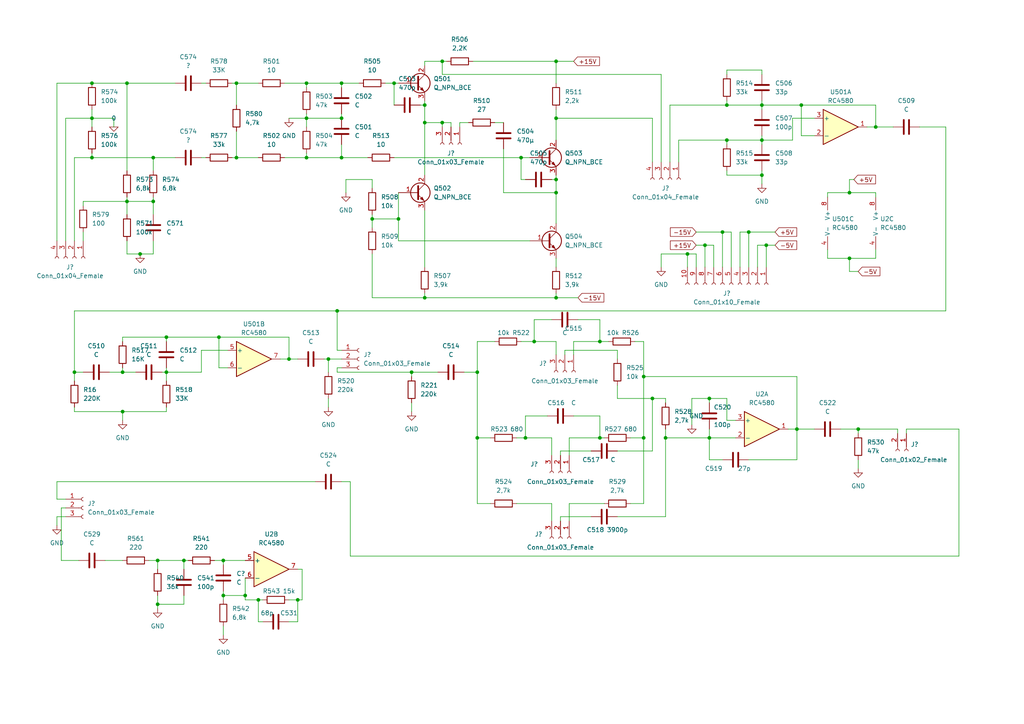
<source format=kicad_sch>
(kicad_sch (version 20211123) (generator eeschema)
  (paper "A4")
  (title_block (title "chanel1"))
  (lib_symbols
    (symbol "Amplifier_Operational:RC4580" (pin_names (offset 0.127))
      (property "Reference" "U" (at 0 5.08 0))
      (property "Value" "RC4580" (at 0 -5.08 0))
      (symbol "RC4580_1_1"
        (polyline (pts (xy -5.08 5.08) (xy 5.08 0) (xy -5.08 -5.08) (xy -5.08 5.08)) (stroke (width 0.254)) (fill (type background)))
        (pin output line (at 7.62 0 180) (length 2.54) (name "~") (number "1"))
        (pin input line (at -7.62 -2.54 0) (length 2.54) (name "-") (number "2"))
        (pin input line (at -7.62 2.54 0) (length 2.54) (name "+") (number "3"))
      )
      (symbol "RC4580_2_1"
        (polyline (pts (xy -5.08 5.08) (xy 5.08 0) (xy -5.08 -5.08) (xy -5.08 5.08)) (stroke (width 0.254)) (fill (type background)))
        (pin input line (at -7.62 2.54 0) (length 2.54) (name "+") (number "5"))
        (pin input line (at -7.62 -2.54 0) (length 2.54) (name "-") (number "6"))
        (pin output line (at 7.62 0 180) (length 2.54) (name "~") (number "7"))
      )
      (symbol "RC4580_3_1"
        (pin power_in line (at -2.54 -7.62 90) (length 3.81) (name "V-") (number "4"))
        (pin power_in line (at -2.54 7.62 270) (length 3.81) (name "V+") (number "8"))
      )
    )
    (symbol "Connector:Conn_01x02_Female" (pin_names (offset 1.016) hide)
      (property "Reference" "J" (at 0 2.54 0))
      (property "Value" "Conn_01x02_Female" (at 0 -5.08 0))
      (symbol "Conn_01x02_Female_1_1"
        (arc (start 0 -2.032) (mid -0.508 -2.54) (end 0 -3.048) (stroke (width 0.1524)))
        (polyline (pts (xy -1.27 -2.54) (xy -0.508 -2.54)) (stroke (width 0.1524)))
        (polyline (pts (xy -1.27 0) (xy -0.508 0)) (stroke (width 0.1524)))
        (arc (start 0 0.508) (mid -0.508 0) (end 0 -0.508) (stroke (width 0.1524)))
        (pin passive line (at -5.08 0 0) (length 3.81) (name "Pin_1") (number "1"))
        (pin passive line (at -5.08 -2.54 0) (length 3.81) (name "Pin_2") (number "2"))
      )
    )
    (symbol "Connector:Conn_01x03_Female" (pin_names (offset 1.016) hide)
      (property "Reference" "J" (at 0 5.08 0))
      (property "Value" "Conn_01x03_Female" (at 0 -5.08 0))
      (symbol "Conn_01x03_Female_1_1"
        (arc (start 0 -2.032) (mid -0.508 -2.54) (end 0 -3.048) (stroke (width 0.1524)))
        (polyline (pts (xy -1.27 -2.54) (xy -0.508 -2.54)) (stroke (width 0.1524)))
        (polyline (pts (xy -1.27 0) (xy -0.508 0)) (stroke (width 0.1524)))
        (polyline (pts (xy -1.27 2.54) (xy -0.508 2.54)) (stroke (width 0.1524)))
        (arc (start 0 0.508) (mid -0.508 0) (end 0 -0.508) (stroke (width 0.1524)))
        (arc (start 0 3.048) (mid -0.508 2.54) (end 0 2.032) (stroke (width 0.1524)))
        (pin passive line (at -5.08 2.54 0) (length 3.81) (name "Pin_1") (number "1"))
        (pin passive line (at -5.08 0 0) (length 3.81) (name "Pin_2") (number "2"))
        (pin passive line (at -5.08 -2.54 0) (length 3.81) (name "Pin_3") (number "3"))
      )
    )
    (symbol "Connector:Conn_01x04_Female" (pin_names (offset 1.016) hide)
      (property "Reference" "J" (at 0 5.08 0))
      (property "Value" "Conn_01x04_Female" (at 0 -7.62 0))
      (symbol "Conn_01x04_Female_1_1"
        (arc (start 0 -4.572) (mid -0.508 -5.08) (end 0 -5.588) (stroke (width 0.1524)))
        (arc (start 0 -2.032) (mid -0.508 -2.54) (end 0 -3.048) (stroke (width 0.1524)))
        (polyline (pts (xy -1.27 -5.08) (xy -0.508 -5.08)) (stroke (width 0.1524)))
        (polyline (pts (xy -1.27 -2.54) (xy -0.508 -2.54)) (stroke (width 0.1524)))
        (polyline (pts (xy -1.27 0) (xy -0.508 0)) (stroke (width 0.1524)))
        (polyline (pts (xy -1.27 2.54) (xy -0.508 2.54)) (stroke (width 0.1524)))
        (arc (start 0 0.508) (mid -0.508 0) (end 0 -0.508) (stroke (width 0.1524)))
        (arc (start 0 3.048) (mid -0.508 2.54) (end 0 2.032) (stroke (width 0.1524)))
        (pin passive line (at -5.08 2.54 0) (length 3.81) (name "Pin_1") (number "1"))
        (pin passive line (at -5.08 0 0) (length 3.81) (name "Pin_2") (number "2"))
        (pin passive line (at -5.08 -2.54 0) (length 3.81) (name "Pin_3") (number "3"))
        (pin passive line (at -5.08 -5.08 0) (length 3.81) (name "Pin_4") (number "4"))
      )
    )
    (symbol "Connector:Conn_01x10_Female" (pin_names (offset 1.016) hide)
      (property "Reference" "J" (at 0 12.7 0))
      (property "Value" "Conn_01x10_Female" (at 0 -15.24 0))
      (symbol "Conn_01x10_Female_1_1"
        (arc (start 0 -12.192) (mid -0.508 -12.7) (end 0 -13.208) (stroke (width 0.1524)))
        (arc (start 0 -9.652) (mid -0.508 -10.16) (end 0 -10.668) (stroke (width 0.1524)))
        (arc (start 0 -7.112) (mid -0.508 -7.62) (end 0 -8.128) (stroke (width 0.1524)))
        (arc (start 0 -4.572) (mid -0.508 -5.08) (end 0 -5.588) (stroke (width 0.1524)))
        (arc (start 0 -2.032) (mid -0.508 -2.54) (end 0 -3.048) (stroke (width 0.1524)))
        (polyline (pts (xy -1.27 -12.7) (xy -0.508 -12.7)) (stroke (width 0.1524)))
        (polyline (pts (xy -1.27 -10.16) (xy -0.508 -10.16)) (stroke (width 0.1524)))
        (polyline (pts (xy -1.27 -7.62) (xy -0.508 -7.62)) (stroke (width 0.1524)))
        (polyline (pts (xy -1.27 -5.08) (xy -0.508 -5.08)) (stroke (width 0.1524)))
        (polyline (pts (xy -1.27 -2.54) (xy -0.508 -2.54)) (stroke (width 0.1524)))
        (polyline (pts (xy -1.27 0) (xy -0.508 0)) (stroke (width 0.1524)))
        (polyline (pts (xy -1.27 2.54) (xy -0.508 2.54)) (stroke (width 0.1524)))
        (polyline (pts (xy -1.27 5.08) (xy -0.508 5.08)) (stroke (width 0.1524)))
        (polyline (pts (xy -1.27 7.62) (xy -0.508 7.62)) (stroke (width 0.1524)))
        (polyline (pts (xy -1.27 10.16) (xy -0.508 10.16)) (stroke (width 0.1524)))
        (arc (start 0 0.508) (mid -0.508 0) (end 0 -0.508) (stroke (width 0.1524)))
        (arc (start 0 3.048) (mid -0.508 2.54) (end 0 2.032) (stroke (width 0.1524)))
        (arc (start 0 5.588) (mid -0.508 5.08) (end 0 4.572) (stroke (width 0.1524)))
        (arc (start 0 8.128) (mid -0.508 7.62) (end 0 7.112) (stroke (width 0.1524)))
        (arc (start 0 10.668) (mid -0.508 10.16) (end 0 9.652) (stroke (width 0.1524)))
        (pin passive line (at -5.08 10.16 0) (length 3.81) (name "Pin_1") (number "1"))
        (pin passive line (at -5.08 -12.7 0) (length 3.81) (name "Pin_10") (number "10"))
        (pin passive line (at -5.08 7.62 0) (length 3.81) (name "Pin_2") (number "2"))
        (pin passive line (at -5.08 5.08 0) (length 3.81) (name "Pin_3") (number "3"))
        (pin passive line (at -5.08 2.54 0) (length 3.81) (name "Pin_4") (number "4"))
        (pin passive line (at -5.08 0 0) (length 3.81) (name "Pin_5") (number "5"))
        (pin passive line (at -5.08 -2.54 0) (length 3.81) (name "Pin_6") (number "6"))
        (pin passive line (at -5.08 -5.08 0) (length 3.81) (name "Pin_7") (number "7"))
        (pin passive line (at -5.08 -7.62 0) (length 3.81) (name "Pin_8") (number "8"))
        (pin passive line (at -5.08 -10.16 0) (length 3.81) (name "Pin_9") (number "9"))
      )
    )
    (symbol "Device:C" (pin_numbers hide) (pin_names (offset 0.254))
      (property "Reference" "C" (at 0.635 2.54 0))
      (property "Value" "C" (at 0.635 -2.54 0))
      (symbol "C_0_1"
        (polyline (pts (xy -2.032 -0.762) (xy 2.032 -0.762)) (stroke (width 0.508)))
        (polyline (pts (xy -2.032 0.762) (xy 2.032 0.762)) (stroke (width 0.508)))
      )
      (symbol "C_1_1"
        (pin passive line (at 0 3.81 270) (length 2.794) (name "~") (number "1"))
        (pin passive line (at 0 -3.81 90) (length 2.794) (name "~") (number "2"))
      )
    )
    (symbol "Device:Q_NPN_BCE" (pin_names (offset 0) hide)
      (property "Reference" "Q" (at 5.08 1.27 0))
      (property "Value" "Q_NPN_BCE" (at 5.08 -1.27 0))
      (symbol "Q_NPN_BCE_0_1"
        (polyline (pts (xy 0.635 0.635) (xy 2.54 2.54)))
        (polyline (pts (xy 0.635 -0.635) (xy 2.54 -2.54) (xy 2.54 -2.54)))
        (polyline (pts (xy 0.635 1.905) (xy 0.635 -1.905) (xy 0.635 -1.905)) (stroke (width 0.508)))
        (polyline (pts (xy 1.27 -1.778) (xy 1.778 -1.27) (xy 2.286 -2.286) (xy 1.27 -1.778) (xy 1.27 -1.778)) (fill (type outline)))
        (circle (center 1.27 0) (radius 2.8194) (stroke (width 0.254)))
      )
      (symbol "Q_NPN_BCE_1_1"
        (pin input line (at -5.08 0 0) (length 5.715) (name "B") (number "1"))
        (pin passive line (at 2.54 5.08 270) (length 2.54) (name "C") (number "2"))
        (pin passive line (at 2.54 -5.08 90) (length 2.54) (name "E") (number "3"))
      )
    )
    (symbol "Device:R" (pin_numbers hide) (pin_names (offset 0))
      (property "Reference" "R" (at 2.032 0 90))
      (property "Value" "R" (at 0 0 90))
      (symbol "R_0_1"
        (rectangle (start -1.016 -2.54) (end 1.016 2.54) (stroke (width 0.254)))
      )
      (symbol "R_1_1"
        (pin passive line (at 0 3.81 270) (length 1.27) (name "~") (number "1"))
        (pin passive line (at 0 -3.81 90) (length 1.27) (name "~") (number "2"))
      )
    )
    (symbol "power:GND" (power) (pin_names (offset 0))
      (property "Value" "GND" (at 0 -3.81 0))
      (symbol "GND_0_1"
        (polyline (pts (xy 0 0) (xy 0 -1.27) (xy 1.27 -1.27) (xy 0 -2.54) (xy -1.27 -1.27) (xy 0 -1.27)))
      )
      (symbol "GND_1_1"
        (pin power_in line (at 0 0 270) (length 0) hide (name "GND") (number "1"))
      )
    )
    (symbol "pspice:0" (power) (pin_names (offset 0))
      (property "Value" "0" (at 0 -1.778 0))
      (symbol "0_0_1"
        (polyline (pts (xy -1.27 0) (xy 0 -1.27) (xy 1.27 0) (xy -1.27 0)))
      )
      (symbol "0_1_1"
        (pin power_in line (at 0 0 0) (length 0) hide (name "0") (number "1"))
      )
    )
  )
  (junction (at 220.98 40.64))
  (junction (at 36.83 24.13))
  (junction (at 232.41 30.48))
  (junction (at 64.77 172.72))
  (junction (at 123.19 35.56))
  (junction (at 246.38 55.88))
  (junction (at 26.67 24.13))
  (junction (at 210.82 30.48))
  (junction (at 205.74 115.57))
  (junction (at 115.57 63.5))
  (junction (at 119.38 107.95))
  (junction (at 68.58 24.13))
  (junction (at 161.29 52.07))
  (junction (at 86.36 173.99))
  (junction (at 128.27 35.56))
  (junction (at 161.29 86.36))
  (junction (at 138.43 127))
  (junction (at 128.27 17.78))
  (junction (at 35.56 107.95))
  (junction (at 154.94 99.06))
  (junction (at 99.06 45.72))
  (junction (at 71.12 172.72))
  (junction (at 99.06 24.13))
  (junction (at 209.55 67.31))
  (junction (at 48.26 97.79))
  (junction (at 44.45 45.72))
  (junction (at 204.47 71.12))
  (junction (at 189.23 115.57))
  (junction (at 152.4 127))
  (junction (at 161.29 17.78))
  (junction (at 83.82 104.14))
  (junction (at 35.56 119.38))
  (junction (at 64.77 162.56))
  (junction (at 217.17 67.31))
  (junction (at 68.58 45.72))
  (junction (at 220.98 50.8))
  (junction (at 88.9 24.13))
  (junction (at 151.13 45.72))
  (junction (at 248.92 124.46))
  (junction (at 123.19 86.36))
  (junction (at 74.93 173.99))
  (junction (at 114.3 24.13))
  (junction (at 53.34 162.56))
  (junction (at 45.72 175.26))
  (junction (at 88.9 45.72))
  (junction (at 26.67 45.72))
  (junction (at 138.43 107.95))
  (junction (at 173.99 99.06))
  (junction (at 40.64 73.66))
  (junction (at 45.72 162.56))
  (junction (at 254 36.83))
  (junction (at 220.98 30.48))
  (junction (at 21.59 107.95))
  (junction (at 99.06 34.29))
  (junction (at 173.99 127))
  (junction (at 193.04 127))
  (junction (at 88.9 34.29))
  (junction (at 44.45 58.42))
  (junction (at 246.38 74.93))
  (junction (at 222.25 71.12))
  (junction (at 199.39 73.66))
  (junction (at 205.74 127))
  (junction (at 186.69 109.22))
  (junction (at 161.29 34.29))
  (junction (at 161.29 55.88))
  (junction (at 231.14 124.46))
  (junction (at 123.19 30.48))
  (junction (at 26.67 34.29))
  (junction (at 97.79 90.17))
  (junction (at 48.26 107.95))
  (junction (at 107.95 63.5))
  (junction (at 36.83 58.42))
  (junction (at 210.82 40.64))
  (junction (at 95.25 104.14))
  (junction (at 63.5 97.79))
  (junction (at 186.69 127))
  (wire (pts (xy 200.66 115.57) (xy 205.74 115.57)))
  (wire (pts (xy 229.87 40.64) (xy 229.87 34.29)))
  (wire (pts (xy 107.95 63.5) (xy 107.95 66.04)))
  (wire (pts (xy 16.51 69.85) (xy 16.51 24.13)))
  (wire (pts (xy 128.27 17.78) (xy 128.27 21.59)))
  (wire (pts (xy 21.59 90.17) (xy 21.59 107.95)))
  (wire (pts (xy 115.57 55.88) (xy 115.57 63.5)))
  (wire (pts (xy 210.82 40.64) (xy 220.98 40.64)))
  (wire (pts (xy 262.89 125.73) (xy 262.89 124.46)))
  (wire (pts (xy 186.69 127) (xy 186.69 146.05)))
  (wire (pts (xy 82.55 45.72) (xy 88.9 45.72)))
  (wire (pts (xy 107.95 54.61) (xy 107.95 52.07)))
  (wire (pts (xy 220.98 40.64) (xy 220.98 41.91)))
  (wire (pts (xy 99.06 24.13) (xy 104.14 24.13)))
  (wire (pts (xy 162.56 149.86) (xy 171.45 149.86)))
  (wire (pts (xy 161.29 34.29) (xy 189.23 34.29)))
  (wire (pts (xy 87.63 165.1) (xy 87.63 173.99)))
  (wire (pts (xy 83.82 173.99) (xy 86.36 173.99)))
  (wire (pts (xy 232.41 39.37) (xy 236.22 39.37)))
  (wire (pts (xy 21.59 107.95) (xy 24.13 107.95)))
  (wire (pts (xy 173.99 99.06) (xy 176.53 99.06)))
  (wire (pts (xy 210.82 41.91) (xy 210.82 40.64)))
  (wire (pts (xy 130.81 35.56) (xy 130.81 36.83)))
  (wire (pts (xy 220.98 30.48) (xy 220.98 31.75)))
  (wire (pts (xy 161.29 52.07) (xy 161.29 55.88)))
  (wire (pts (xy 107.95 73.66) (xy 107.95 86.36)))
  (wire (pts (xy 196.85 40.64) (xy 210.82 40.64)))
  (wire (pts (xy 36.83 58.42) (xy 36.83 57.15)))
  (wire (pts (xy 266.7 36.83) (xy 274.32 36.83)))
  (wire (pts (xy 210.82 115.57) (xy 210.82 121.92)))
  (wire (pts (xy 123.19 35.56) (xy 123.19 50.8)))
  (wire (pts (xy 231.14 124.46) (xy 231.14 133.35)))
  (wire (pts (xy 248.92 133.35) (xy 248.92 135.89)))
  (wire (pts (xy 243.84 124.46) (xy 248.92 124.46)))
  (wire (pts (xy 35.56 99.06) (xy 35.56 97.79)))
  (wire (pts (xy 74.93 173.99) (xy 76.2 173.99)))
  (wire (pts (xy 26.67 24.13) (xy 36.83 24.13)))
  (wire (pts (xy 68.58 24.13) (xy 74.93 24.13)))
  (wire (pts (xy 40.64 73.66) (xy 36.83 73.66)))
  (wire (pts (xy 219.71 77.47) (xy 219.71 71.12)))
  (wire (pts (xy 207.01 77.47) (xy 207.01 71.12)))
  (wire (pts (xy 138.43 127) (xy 142.24 127)))
  (wire (pts (xy 97.79 107.95) (xy 97.79 106.68)))
  (wire (pts (xy 21.59 110.49) (xy 21.59 107.95)))
  (wire (pts (xy 232.41 30.48) (xy 254 30.48)))
  (wire (pts (xy 149.86 127) (xy 152.4 127)))
  (wire (pts (xy 220.98 20.32) (xy 220.98 21.59)))
  (wire (pts (xy 231.14 109.22) (xy 231.14 124.46)))
  (wire (pts (xy 205.74 127) (xy 213.36 127)))
  (wire (pts (xy 45.72 172.72) (xy 45.72 175.26)))
  (wire (pts (xy 63.5 106.68) (xy 66.04 106.68)))
  (wire (pts (xy 229.87 34.29) (xy 236.22 34.29)))
  (wire (pts (xy 44.45 69.85) (xy 44.45 73.66)))
  (wire (pts (xy 209.55 67.31) (xy 201.93 67.31)))
  (wire (pts (xy 58.42 45.72) (xy 59.69 45.72)))
  (wire (pts (xy 48.26 97.79) (xy 63.5 97.79)))
  (wire (pts (xy 217.17 67.31) (xy 217.17 77.47)))
  (wire (pts (xy 152.4 52.07) (xy 151.13 52.07)))
  (wire (pts (xy 62.23 162.56) (xy 64.77 162.56)))
  (wire (pts (xy 68.58 38.1) (xy 68.58 45.72)))
  (wire (pts (xy 205.74 115.57) (xy 210.82 115.57)))
  (wire (pts (xy 21.59 45.72) (xy 26.67 45.72)))
  (wire (pts (xy 163.83 102.87) (xy 163.83 101.6)))
  (wire (pts (xy 191.77 21.59) (xy 191.77 46.99)))
  (wire (pts (xy 48.26 106.68) (xy 48.26 107.95)))
  (wire (pts (xy 160.02 92.71) (xy 154.94 92.71)))
  (wire (pts (xy 209.55 77.47) (xy 209.55 67.31)))
  (wire (pts (xy 193.04 124.46) (xy 193.04 127)))
  (wire (pts (xy 161.29 86.36) (xy 161.29 85.09)))
  (wire (pts (xy 123.19 19.05) (xy 123.19 17.78)))
  (wire (pts (xy 204.47 77.47) (xy 204.47 71.12)))
  (wire (pts (xy 48.26 107.95) (xy 58.42 107.95)))
  (wire (pts (xy 173.99 92.71) (xy 173.99 99.06)))
  (wire (pts (xy 138.43 107.95) (xy 138.43 127)))
  (wire (pts (xy 146.05 55.88) (xy 161.29 55.88)))
  (wire (pts (xy 210.82 20.32) (xy 220.98 20.32)))
  (wire (pts (xy 88.9 24.13) (xy 99.06 24.13)))
  (wire (pts (xy 222.25 71.12) (xy 222.25 77.47)))
  (wire (pts (xy 107.95 52.07) (xy 100.33 52.07)))
  (wire (pts (xy 166.37 102.87) (xy 166.37 99.06)))
  (wire (pts (xy 231.14 124.46) (xy 228.6 124.46)))
  (wire (pts (xy 45.72 175.26) (xy 45.72 176.53)))
  (wire (pts (xy 165.1 132.08) (xy 165.1 127)))
  (wire (pts (xy 88.9 34.29) (xy 99.06 34.29)))
  (wire (pts (xy 162.56 130.81) (xy 171.45 130.81)))
  (wire (pts (xy 166.37 120.65) (xy 173.99 120.65)))
  (wire (pts (xy 67.31 24.13) (xy 68.58 24.13)))
  (wire (pts (xy 35.56 107.95) (xy 39.37 107.95)))
  (wire (pts (xy 26.67 31.75) (xy 26.67 34.29)))
  (wire (pts (xy 179.07 149.86) (xy 193.04 149.86)))
  (wire (pts (xy 53.34 172.72) (xy 53.34 175.26)))
  (wire (pts (xy 115.57 69.85) (xy 153.67 69.85)))
  (wire (pts (xy 64.77 171.45) (xy 64.77 172.72)))
  (wire (pts (xy 193.04 127) (xy 205.74 127)))
  (wire (pts (xy 45.72 162.56) (xy 45.72 165.1)))
  (wire (pts (xy 193.04 149.86) (xy 193.04 127)))
  (wire (pts (xy 219.71 71.12) (xy 222.25 71.12)))
  (wire (pts (xy 143.51 35.56) (xy 146.05 35.56)))
  (wire (pts (xy 99.06 139.7) (xy 101.6 139.7)))
  (wire (pts (xy 17.78 147.32) (xy 17.78 162.56)))
  (wire (pts (xy 82.55 24.13) (xy 88.9 24.13)))
  (wire (pts (xy 199.39 73.66) (xy 199.39 77.47)))
  (wire (pts (xy 133.35 36.83) (xy 133.35 35.56)))
  (wire (pts (xy 58.42 107.95) (xy 58.42 101.6)))
  (wire (pts (xy 220.98 50.8) (xy 220.98 53.34)))
  (wire (pts (xy 83.82 180.34) (xy 86.36 180.34)))
  (wire (pts (xy 33.02 34.29) (xy 33.02 36.83)))
  (wire (pts (xy 184.15 99.06) (xy 186.69 99.06)))
  (wire (pts (xy 44.45 58.42) (xy 44.45 62.23)))
  (wire (pts (xy 50.8 45.72) (xy 44.45 45.72)))
  (wire (pts (xy 214.63 77.47) (xy 214.63 67.31)))
  (wire (pts (xy 26.67 44.45) (xy 26.67 45.72)))
  (wire (pts (xy 121.92 30.48) (xy 123.19 30.48)))
  (wire (pts (xy 161.29 102.87) (xy 161.29 99.06)))
  (wire (pts (xy 107.95 62.23) (xy 107.95 63.5)))
  (wire (pts (xy 46.99 107.95) (xy 48.26 107.95)))
  (wire (pts (xy 19.05 69.85) (xy 19.05 34.29)))
  (wire (pts (xy 19.05 34.29) (xy 26.67 34.29)))
  (wire (pts (xy 194.31 46.99) (xy 194.31 30.48)))
  (wire (pts (xy 274.32 90.17) (xy 97.79 90.17)))
  (wire (pts (xy 123.19 60.96) (xy 123.19 77.47)))
  (wire (pts (xy 231.14 124.46) (xy 236.22 124.46)))
  (wire (pts (xy 114.3 45.72) (xy 151.13 45.72)))
  (wire (pts (xy 240.03 55.88) (xy 246.38 55.88)))
  (wire (pts (xy 262.89 124.46) (xy 278.13 124.46)))
  (wire (pts (xy 248.92 124.46) (xy 248.92 125.73)))
  (wire (pts (xy 36.83 24.13) (xy 36.83 49.53)))
  (wire (pts (xy 35.56 119.38) (xy 48.26 119.38)))
  (wire (pts (xy 151.13 52.07) (xy 151.13 45.72)))
  (wire (pts (xy 95.25 104.14) (xy 99.06 104.14)))
  (wire (pts (xy 254 30.48) (xy 254 36.83)))
  (wire (pts (xy 128.27 35.56) (xy 130.81 35.56)))
  (wire (pts (xy 151.13 99.06) (xy 154.94 99.06)))
  (wire (pts (xy 97.79 90.17) (xy 21.59 90.17)))
  (wire (pts (xy 123.19 30.48) (xy 123.19 35.56)))
  (wire (pts (xy 24.13 59.69) (xy 24.13 58.42)))
  (wire (pts (xy 88.9 33.02) (xy 88.9 34.29)))
  (wire (pts (xy 220.98 39.37) (xy 220.98 40.64)))
  (wire (pts (xy 35.56 97.79) (xy 48.26 97.79)))
  (wire (pts (xy 220.98 40.64) (xy 229.87 40.64)))
  (wire (pts (xy 40.64 73.66) (xy 44.45 73.66)))
  (wire (pts (xy 217.17 67.31) (xy 224.79 67.31)))
  (wire (pts (xy 182.88 127) (xy 186.69 127)))
  (wire (pts (xy 63.5 97.79) (xy 83.82 97.79)))
  (wire (pts (xy 161.29 86.36) (xy 167.64 86.36)))
  (wire (pts (xy 115.57 63.5) (xy 115.57 69.85)))
  (wire (pts (xy 173.99 127) (xy 175.26 127)))
  (wire (pts (xy 212.09 77.47) (xy 212.09 67.31)))
  (wire (pts (xy 186.69 127) (xy 186.69 109.22)))
  (wire (pts (xy 45.72 162.56) (xy 53.34 162.56)))
  (wire (pts (xy 204.47 71.12) (xy 207.01 71.12)))
  (wire (pts (xy 161.29 55.88) (xy 161.29 64.77)))
  (wire (pts (xy 212.09 67.31) (xy 209.55 67.31)))
  (wire (pts (xy 142.24 146.05) (xy 138.43 146.05)))
  (wire (pts (xy 63.5 97.79) (xy 63.5 106.68)))
  (wire (pts (xy 83.82 97.79) (xy 83.82 104.14)))
  (wire (pts (xy 26.67 34.29) (xy 33.02 34.29)))
  (wire (pts (xy 36.83 24.13) (xy 50.8 24.13)))
  (wire (pts (xy 246.38 55.88) (xy 254 55.88)))
  (wire (pts (xy 196.85 46.99) (xy 196.85 40.64)))
  (wire (pts (xy 193.04 115.57) (xy 193.04 116.84)))
  (wire (pts (xy 217.17 133.35) (xy 231.14 133.35)))
  (wire (pts (xy 189.23 115.57) (xy 193.04 115.57)))
  (wire (pts (xy 179.07 130.81) (xy 189.23 130.81)))
  (wire (pts (xy 114.3 24.13) (xy 115.57 24.13)))
  (wire (pts (xy 240.03 57.15) (xy 240.03 55.88)))
  (wire (pts (xy 44.45 45.72) (xy 26.67 45.72)))
  (wire (pts (xy 161.29 17.78) (xy 161.29 24.13)))
  (wire (pts (xy 127 107.95) (xy 119.38 107.95)))
  (wire (pts (xy 134.62 107.95) (xy 138.43 107.95)))
  (wire (pts (xy 160.02 127) (xy 160.02 132.08)))
  (wire (pts (xy 165.1 127) (xy 173.99 127)))
  (wire (pts (xy 36.83 58.42) (xy 36.83 62.23)))
  (wire (pts (xy 128.27 35.56) (xy 128.27 36.83)))
  (wire (pts (xy 119.38 107.95) (xy 97.79 107.95)))
  (wire (pts (xy 21.59 119.38) (xy 35.56 119.38)))
  (wire (pts (xy 64.77 162.56) (xy 71.12 162.56)))
  (wire (pts (xy 48.26 97.79) (xy 48.26 99.06)))
  (wire (pts (xy 16.51 24.13) (xy 26.67 24.13)))
  (wire (pts (xy 128.27 21.59) (xy 191.77 21.59)))
  (wire (pts (xy 16.51 139.7) (xy 16.51 144.78)))
  (wire (pts (xy 199.39 73.66) (xy 201.93 73.66)))
  (wire (pts (xy 274.32 36.83) (xy 274.32 90.17)))
  (wire (pts (xy 248.92 78.74) (xy 246.38 78.74)))
  (wire (pts (xy 68.58 45.72) (xy 74.93 45.72)))
  (wire (pts (xy 111.76 24.13) (xy 114.3 24.13)))
  (wire (pts (xy 16.51 149.86) (xy 16.51 152.4)))
  (wire (pts (xy 166.37 99.06) (xy 173.99 99.06)))
  (wire (pts (xy 167.64 92.71) (xy 173.99 92.71)))
  (wire (pts (xy 123.19 35.56) (xy 128.27 35.56)))
  (wire (pts (xy 240.03 72.39) (xy 240.03 74.93)))
  (wire (pts (xy 64.77 181.61) (xy 64.77 184.15)))
  (wire (pts (xy 21.59 69.85) (xy 21.59 45.72)))
  (wire (pts (xy 91.44 139.7) (xy 16.51 139.7)))
  (wire (pts (xy 36.83 58.42) (xy 44.45 58.42)))
  (wire (pts (xy 222.25 71.12) (xy 224.79 71.12)))
  (wire (pts (xy 93.98 104.14) (xy 95.25 104.14)))
  (wire (pts (xy 19.05 147.32) (xy 17.78 147.32)))
  (wire (pts (xy 107.95 63.5) (xy 115.57 63.5)))
  (wire (pts (xy 152.4 127) (xy 160.02 127)))
  (wire (pts (xy 278.13 124.46) (xy 278.13 161.29)))
  (wire (pts (xy 138.43 99.06) (xy 143.51 99.06)))
  (wire (pts (xy 88.9 34.29) (xy 88.9 36.83)))
  (wire (pts (xy 146.05 43.18) (xy 146.05 55.88)))
  (wire (pts (xy 45.72 175.26) (xy 53.34 175.26)))
  (wire (pts (xy 160.02 146.05) (xy 149.86 146.05)))
  (wire (pts (xy 210.82 49.53) (xy 210.82 50.8)))
  (wire (pts (xy 86.36 173.99) (xy 87.63 173.99)))
  (wire (pts (xy 35.56 119.38) (xy 35.56 121.92)))
  (wire (pts (xy 138.43 107.95) (xy 138.43 99.06)))
  (wire (pts (xy 17.78 162.56) (xy 22.86 162.56)))
  (wire (pts (xy 24.13 58.42) (xy 36.83 58.42)))
  (wire (pts (xy 123.19 29.21) (xy 123.19 30.48)))
  (wire (pts (xy 58.42 24.13) (xy 59.69 24.13)))
  (wire (pts (xy 254 36.83) (xy 259.08 36.83)))
  (wire (pts (xy 160.02 151.13) (xy 160.02 146.05)))
  (wire (pts (xy 88.9 44.45) (xy 88.9 45.72)))
  (wire (pts (xy 210.82 50.8) (xy 220.98 50.8)))
  (wire (pts (xy 161.29 31.75) (xy 161.29 34.29)))
  (wire (pts (xy 58.42 101.6) (xy 66.04 101.6)))
  (wire (pts (xy 165.1 146.05) (xy 175.26 146.05)))
  (wire (pts (xy 173.99 120.65) (xy 173.99 127)))
  (wire (pts (xy 88.9 24.13) (xy 88.9 25.4)))
  (wire (pts (xy 205.74 127) (xy 205.74 133.35)))
  (wire (pts (xy 99.06 101.6) (xy 97.79 101.6)))
  (wire (pts (xy 254 36.83) (xy 251.46 36.83)))
  (wire (pts (xy 182.88 146.05) (xy 186.69 146.05)))
  (wire (pts (xy 19.05 149.86) (xy 16.51 149.86)))
  (wire (pts (xy 210.82 21.59) (xy 210.82 20.32)))
  (wire (pts (xy 64.77 172.72) (xy 64.77 173.99)))
  (wire (pts (xy 163.83 101.6) (xy 179.07 101.6)))
  (wire (pts (xy 119.38 116.84) (xy 119.38 119.38)))
  (wire (pts (xy 191.77 77.47) (xy 191.77 73.66)))
  (wire (pts (xy 152.4 120.65) (xy 158.75 120.65)))
  (wire (pts (xy 99.06 41.91) (xy 99.06 45.72)))
  (wire (pts (xy 74.93 180.34) (xy 74.93 173.99)))
  (wire (pts (xy 161.29 17.78) (xy 166.37 17.78)))
  (wire (pts (xy 48.26 110.49) (xy 48.26 107.95)))
  (wire (pts (xy 232.41 30.48) (xy 232.41 39.37)))
  (wire (pts (xy 123.19 86.36) (xy 161.29 86.36)))
  (wire (pts (xy 101.6 161.29) (xy 101.6 139.7)))
  (wire (pts (xy 81.28 104.14) (xy 83.82 104.14)))
  (wire (pts (xy 154.94 92.71) (xy 154.94 99.06)))
  (wire (pts (xy 210.82 121.92) (xy 213.36 121.92)))
  (wire (pts (xy 161.29 74.93) (xy 161.29 77.47)))
  (wire (pts (xy 16.51 144.78) (xy 19.05 144.78)))
  (wire (pts (xy 53.34 162.56) (xy 54.61 162.56)))
  (wire (pts (xy 189.23 34.29) (xy 189.23 46.99)))
  (wire (pts (xy 160.02 52.07) (xy 161.29 52.07)))
  (wire (pts (xy 53.34 162.56) (xy 53.34 165.1)))
  (wire (pts (xy 26.67 34.29) (xy 26.67 36.83)))
  (wire (pts (xy 86.36 165.1) (xy 87.63 165.1)))
  (wire (pts (xy 95.25 115.57) (xy 95.25 118.11)))
  (wire (pts (xy 260.35 124.46) (xy 260.35 125.73)))
  (wire (pts (xy 220.98 49.53) (xy 220.98 50.8)))
  (wire (pts (xy 86.36 180.34) (xy 86.36 173.99)))
  (wire (pts (xy 48.26 118.11) (xy 48.26 119.38)))
  (wire (pts (xy 99.06 33.02) (xy 99.06 34.29)))
  (wire (pts (xy 205.74 115.57) (xy 205.74 116.84)))
  (wire (pts (xy 152.4 127) (xy 152.4 120.65)))
  (wire (pts (xy 71.12 172.72) (xy 64.77 172.72)))
  (wire (pts (xy 246.38 52.07) (xy 246.38 55.88)))
  (wire (pts (xy 210.82 29.21) (xy 210.82 30.48)))
  (wire (pts (xy 44.45 45.72) (xy 44.45 49.53)))
  (wire (pts (xy 44.45 58.42) (xy 44.45 57.15)))
  (wire (pts (xy 21.59 118.11) (xy 21.59 119.38)))
  (wire (pts (xy 30.48 162.56) (xy 35.56 162.56)))
  (wire (pts (xy 189.23 115.57) (xy 189.23 130.81)))
  (wire (pts (xy 179.07 111.76) (xy 179.07 115.57)))
  (wire (pts (xy 186.69 109.22) (xy 186.69 99.06)))
  (wire (pts (xy 220.98 30.48) (xy 232.41 30.48)))
  (wire (pts (xy 97.79 90.17) (xy 97.79 101.6)))
  (wire (pts (xy 162.56 151.13) (xy 162.56 149.86)))
  (wire (pts (xy 137.16 17.78) (xy 161.29 17.78)))
  (wire (pts (xy 210.82 30.48) (xy 220.98 30.48)))
  (wire (pts (xy 179.07 115.57) (xy 189.23 115.57)))
  (wire (pts (xy 88.9 45.72) (xy 99.06 45.72)))
  (wire (pts (xy 162.56 132.08) (xy 162.56 130.81)))
  (wire (pts (xy 138.43 127) (xy 138.43 146.05)))
  (wire (pts (xy 161.29 50.8) (xy 161.29 52.07)))
  (wire (pts (xy 161.29 34.29) (xy 161.29 40.64)))
  (wire (pts (xy 64.77 162.56) (xy 64.77 163.83)))
  (wire (pts (xy 35.56 106.68) (xy 35.56 107.95)))
  (wire (pts (xy 246.38 74.93) (xy 246.38 78.74)))
  (wire (pts (xy 278.13 161.29) (xy 101.6 161.29)))
  (wire (pts (xy 205.74 133.35) (xy 209.55 133.35)))
  (wire (pts (xy 76.2 180.34) (xy 74.93 180.34)))
  (wire (pts (xy 191.77 73.66) (xy 199.39 73.66)))
  (wire (pts (xy 67.31 45.72) (xy 68.58 45.72)))
  (wire (pts (xy 31.75 107.95) (xy 35.56 107.95)))
  (wire (pts (xy 205.74 124.46) (xy 205.74 127)))
  (wire (pts (xy 220.98 29.21) (xy 220.98 30.48)))
  (wire (pts (xy 154.94 99.06) (xy 161.29 99.06)))
  (wire (pts (xy 254 55.88) (xy 254 57.15)))
  (wire (pts (xy 71.12 167.64) (xy 71.12 172.72)))
  (wire (pts (xy 200.66 123.19) (xy 200.66 115.57)))
  (wire (pts (xy 133.35 35.56) (xy 135.89 35.56)))
  (wire (pts (xy 214.63 67.31) (xy 217.17 67.31)))
  (wire (pts (xy 24.13 67.31) (xy 24.13 69.85)))
  (wire (pts (xy 201.93 73.66) (xy 201.93 77.47)))
  (wire (pts (xy 68.58 30.48) (xy 68.58 24.13)))
  (wire (pts (xy 123.19 85.09) (xy 123.19 86.36)))
  (wire (pts (xy 100.33 52.07) (xy 100.33 55.88)))
  (wire (pts (xy 114.3 24.13) (xy 114.3 30.48)))
  (wire (pts (xy 83.82 34.29) (xy 88.9 34.29)))
  (wire (pts (xy 248.92 124.46) (xy 260.35 124.46)))
  (wire (pts (xy 194.31 30.48) (xy 210.82 30.48)))
  (wire (pts (xy 74.93 173.99) (xy 71.12 173.99)))
  (wire (pts (xy 36.83 73.66) (xy 36.83 69.85)))
  (wire (pts (xy 179.07 101.6) (xy 179.07 104.14)))
  (wire (pts (xy 240.03 74.93) (xy 246.38 74.93)))
  (wire (pts (xy 123.19 17.78) (xy 128.27 17.78)))
  (wire (pts (xy 83.82 104.14) (xy 86.36 104.14)))
  (wire (pts (xy 247.65 52.07) (xy 246.38 52.07)))
  (wire (pts (xy 99.06 24.13) (xy 99.06 25.4)))
  (wire (pts (xy 186.69 109.22) (xy 231.14 109.22)))
  (wire (pts (xy 246.38 74.93) (xy 254 74.93)))
  (wire (pts (xy 165.1 151.13) (xy 165.1 146.05)))
  (wire (pts (xy 99.06 45.72) (xy 106.68 45.72)))
  (wire (pts (xy 95.25 104.14) (xy 95.25 107.95)))
  (wire (pts (xy 254 72.39) (xy 254 74.93)))
  (wire (pts (xy 119.38 107.95) (xy 119.38 109.22)))
  (wire (pts (xy 201.93 71.12) (xy 204.47 71.12)))
  (wire (pts (xy 71.12 172.72) (xy 71.12 173.99)))
  (wire (pts (xy 43.18 162.56) (xy 45.72 162.56)))
  (wire (pts (xy 97.79 106.68) (xy 99.06 106.68)))
  (wire (pts (xy 151.13 45.72) (xy 153.67 45.72)))
  (wire (pts (xy 128.27 17.78) (xy 129.54 17.78)))
  (wire (pts (xy 107.95 86.36) (xy 123.19 86.36)))
  (global_label "+15V" (shape input) (at 166.37 17.78 0) (property "Intersheet References" "${INTERSHEET_REFS}" (effects hide)))
  (global_label "-15V" (shape input) (at 167.64 86.36 0) (property "Intersheet References" "${INTERSHEET_REFS}" (effects hide)))
  (global_label "-5V" (shape input) (at 248.92 78.74 0) (property "Intersheet References" "${INTERSHEET_REFS}" (effects hide)))
  (global_label "-5V" (shape input) (at 224.79 71.12 0) (property "Intersheet References" "${INTERSHEET_REFS}" (effects hide)))
  (global_label "+5V" (shape input) (at 224.79 67.31 0) (property "Intersheet References" "${INTERSHEET_REFS}" (effects hide)))
  (global_label "-15V" (shape input) (at 201.93 67.31 180) (property "Intersheet References" "${INTERSHEET_REFS}" (effects hide)))
  (global_label "+15V" (shape input) (at 201.93 71.12 180) (property "Intersheet References" "${INTERSHEET_REFS}" (effects hide)))
  (global_label "+5V" (shape input) (at 247.65 52.07 0) (property "Intersheet References" "${INTERSHEET_REFS}" (effects hide)))
  (symbol (lib_id "Device:C") (at 175.26 149.86 90) (unit 1)
    (property "Reference" "C518" (at 172.72 153.67 90))
    (property "Value" "3900p" (at 179.07 153.67 90))
  )
  (symbol (lib_id "Device:R") (at 35.56 102.87 0) (unit 1)
    (property "Reference" "R517" (at 38.1 101.5999 0) (effects (justify left)))
    (property "Value" "16K" (at 38.1 104.1399 0) (effects (justify left)))
  )
  (symbol (lib_id "Device:C") (at 118.11 30.48 270) (unit 1)
    (property "Reference" "C503" (at 118.11 22.86 90))
    (property "Value" "470p" (at 118.11 25.4 90))
  )
  (symbol (lib_id "Device:R") (at 95.25 111.76 0) (unit 1)
    (property "Reference" "R520" (at 97.79 110.4899 0) (effects (justify left)))
    (property "Value" "220k" (at 97.79 113.0299 0) (effects (justify left)))
  )
  (symbol (lib_id "Connector:Conn_01x03_Female") (at 162.56 137.16 270) (unit 1)
    (property "Reference" "J?" (at 154.94 134.62 90))
    (property "Value" "Conn_01x03_Female" (at 162.56 139.7 90))
  )
  (symbol (lib_id "Device:R") (at 36.83 53.34 0) (unit 1)
    (property "Reference" "R573" (at 39.37 52.0699 0) (effects (justify left)))
    (property "Value" "6,8k" (at 39.37 54.6099 0) (effects (justify left)))
  )
  (symbol (lib_id "Connector:Conn_01x03_Female") (at 104.14 104.14 0) (unit 1)
    (property "Reference" "J?" (at 105.41 102.8699 0) (effects (justify left)))
    (property "Value" "Conn_01x03_Female" (at 105.41 105.4099 0) (effects (justify left)))
  )
  (symbol (lib_id "Device:Q_NPN_BCE") (at 158.75 69.85 0) (unit 1)
    (property "Reference" "Q504" (at 163.83 68.5799 0) (effects (justify left)))
    (property "Value" "Q_NPN_BCE" (at 163.83 71.1199 0) (effects (justify left)))
  )
  (symbol (lib_id "Device:R") (at 107.95 24.13 90) (unit 1)
    (property "Reference" "R505" (at 107.95 17.78 90))
    (property "Value" "10" (at 107.95 20.32 90))
  )
  (symbol (lib_id "Device:R") (at 179.07 127 90) (unit 1)
    (property "Reference" "R527" (at 177.8 124.46 90))
    (property "Value" "680" (at 182.88 124.46 90))
  )
  (symbol (lib_id "Device:R") (at 26.67 27.94 0) (unit 1)
    (property "Reference" "R574" (at 29.21 26.6699 0) (effects (justify left)))
    (property "Value" "100k" (at 29.21 29.2099 0) (effects (justify left)))
  )
  (symbol (lib_id "Device:R") (at 147.32 99.06 90) (unit 1)
    (property "Reference" "R522" (at 151.13 96.52 90))
    (property "Value" "10k" (at 146.05 96.52 90))
  )
  (symbol (lib_id "power:GND") (at 100.33 55.88 0) (unit 1)
    (property "Reference" "#PWR?" (effects hide))
    (property "Value" "GND" (at 100.33 60.96 0))
  )
  (symbol (lib_id "Device:C") (at 44.45 66.04 0) (unit 1)
    (property "Reference" "C571" (at 48.26 64.7699 0) (effects (justify left)))
    (property "Value" "C" (at 48.26 67.3099 0) (effects (justify left)))
  )
  (symbol (lib_id "Device:C") (at 240.03 124.46 90) (unit 1)
    (property "Reference" "C522" (at 240.03 116.84 90))
    (property "Value" "C" (at 240.03 119.38 90))
  )
  (symbol (lib_id "Device:Q_NPN_BCE") (at 120.65 55.88 0) (unit 1)
    (property "Reference" "Q502" (at 125.73 54.6099 0) (effects (justify left)))
    (property "Value" "Q_NPN_BCE" (at 125.73 57.15 0) (effects (justify left)))
  )
  (symbol (lib_id "Device:C") (at 162.56 120.65 90) (unit 1)
    (property "Reference" "C516" (at 161.29 116.84 90))
    (property "Value" "C" (at 166.37 116.84 90))
  )
  (symbol (lib_id "Device:C") (at 90.17 104.14 90) (unit 1)
    (property "Reference" "C513" (at 90.17 96.52 90))
    (property "Value" "C" (at 90.17 99.06 90))
  )
  (symbol (lib_id "Device:R") (at 64.77 177.8 0) (unit 1)
    (property "Reference" "R542" (at 67.31 176.5299 0) (effects (justify left)))
    (property "Value" "6,8k" (at 67.31 179.0699 0) (effects (justify left)))
  )
  (symbol (lib_id "power:GND") (at 45.72 176.53 0) (unit 1)
    (property "Reference" "#PWR?" (effects hide))
    (property "Value" "GND" (at 45.72 181.61 0))
  )
  (symbol (lib_id "Device:C") (at 220.98 35.56 0) (unit 1)
    (property "Reference" "C507" (at 224.79 34.2899 0) (effects (justify left)))
    (property "Value" "100p" (at 224.79 36.8299 0) (effects (justify left)))
  )
  (symbol (lib_id "Device:R") (at 58.42 162.56 90) (unit 1)
    (property "Reference" "R541" (at 58.42 156.21 90))
    (property "Value" "220" (at 58.42 158.75 90))
  )
  (symbol (lib_id "power:GND") (at 16.51 152.4 0) (unit 1)
    (property "Reference" "#PWR?" (effects hide))
    (property "Value" "GND" (at 16.51 157.48 0))
  )
  (symbol (lib_id "Connector:Conn_01x03_Female") (at 130.81 41.91 270) (unit 1)
    (property "Reference" "J?" (at 130.81 44.45 90))
    (property "Value" "Conn_01x03_Female" (at 130.81 46.99 90))
  )
  (symbol (lib_id "Amplifier_Operational:RC4580") (at 242.57 64.77 0) (unit 3)
    (property "Reference" "U501" (at 241.3 63.4999 0) (effects (justify left)))
    (property "Value" "RC4580" (at 241.3 66.0399 0) (effects (justify left)))
    (property "Datasheet" "http://www.ti.com/lit/ds/symlink/rc4580.pdf" (effects hide))
  )
  (symbol (lib_id "Device:C") (at 80.01 180.34 90) (unit 1)
    (property "Reference" "C531" (at 83.82 177.8 90))
    (property "Value" "68p" (at 77.47 177.8 90))
  )
  (symbol (lib_id "Device:R") (at 110.49 45.72 90) (unit 1)
    (property "Reference" "R513" (at 110.49 39.37 90))
    (property "Value" "10" (at 110.49 41.91 90))
  )
  (symbol (lib_id "power:GND") (at 64.77 184.15 0) (unit 1)
    (property "Reference" "#PWR?" (effects hide))
    (property "Value" "GND" (at 64.77 189.23 0))
  )
  (symbol (lib_id "Device:C") (at 220.98 25.4 0) (unit 1)
    (property "Reference" "C506" (at 224.79 24.1299 0) (effects (justify left)))
    (property "Value" "33p" (at 224.79 26.6699 0) (effects (justify left)))
  )
  (symbol (lib_id "Device:R") (at 179.07 146.05 90) (unit 1)
    (property "Reference" "R529" (at 179.07 139.7 90))
    (property "Value" "2,7k" (at 179.07 142.24 90))
  )
  (symbol (lib_id "Device:C") (at 43.18 107.95 90) (unit 1)
    (property "Reference" "C511" (at 43.18 100.33 90))
    (property "Value" "C" (at 43.18 102.87 90))
  )
  (symbol (lib_id "Device:R") (at 146.05 146.05 90) (unit 1)
    (property "Reference" "R524" (at 146.05 139.7 90))
    (property "Value" "2,7k" (at 146.05 142.24 90))
  )
  (symbol (lib_id "Device:R") (at 179.07 107.95 0) (unit 1)
    (property "Reference" "R525" (at 181.61 106.6799 0) (effects (justify left)))
    (property "Value" "10k" (at 181.61 109.2199 0) (effects (justify left)))
  )
  (symbol (lib_id "power:GND") (at 119.38 119.38 0) (unit 1)
    (property "Reference" "#PWR?" (effects hide))
    (property "Value" "GND" (at 119.38 124.46 0))
  )
  (symbol (lib_id "Device:R") (at 78.74 24.13 90) (unit 1)
    (property "Reference" "R501" (at 78.74 17.78 90))
    (property "Value" "10" (at 78.74 20.32 90))
  )
  (symbol (lib_id "Device:C") (at 220.98 45.72 0) (unit 1)
    (property "Reference" "C508" (at 224.79 44.4499 0) (effects (justify left)))
    (property "Value" "33p" (at 224.79 46.9899 0) (effects (justify left)))
  )
  (symbol (lib_id "Connector:Conn_01x03_Female") (at 163.83 107.95 270) (unit 1)
    (property "Reference" "J?" (at 157.48 105.41 90))
    (property "Value" "Conn_01x03_Female" (at 163.83 110.49 90))
  )
  (symbol (lib_id "Device:R") (at 63.5 24.13 90) (unit 1)
    (property "Reference" "R578" (at 63.5 17.78 90))
    (property "Value" "33K" (at 63.5 20.32 90))
  )
  (symbol (lib_id "Device:R") (at 78.74 45.72 90) (unit 1)
    (property "Reference" "R502" (at 78.74 39.37 90))
    (property "Value" "10" (at 78.74 41.91 90))
  )
  (symbol (lib_id "Device:R") (at 21.59 114.3 0) (unit 1)
    (property "Reference" "R16" (at 24.13 113.0299 0) (effects (justify left)))
    (property "Value" "220K" (at 24.13 115.5699 0) (effects (justify left)))
  )
  (symbol (lib_id "Device:R") (at 210.82 45.72 0) (unit 1)
    (property "Reference" "R515" (at 213.36 44.4499 0) (effects (justify left)))
    (property "Value" "33k" (at 213.36 46.9899 0) (effects (justify left)))
  )
  (symbol (lib_id "power:GND") (at 83.82 34.29 0) (unit 1)
    (property "Reference" "#PWR?" (effects hide))
    (property "Value" "GND" (at 83.82 39.37 0))
  )
  (symbol (lib_id "Device:R") (at 88.9 40.64 0) (unit 1)
    (property "Reference" "R504" (at 91.44 39.3699 0) (effects (justify left)))
    (property "Value" "47k" (at 91.44 41.9099 0) (effects (justify left)))
  )
  (symbol (lib_id "Device:R") (at 119.38 113.03 0) (unit 1)
    (property "Reference" "R221" (at 121.92 111.7599 0) (effects (justify left)))
    (property "Value" "220k" (at 121.92 114.2999 0) (effects (justify left)))
  )
  (symbol (lib_id "Device:Q_NPN_BCE") (at 158.75 45.72 0) (unit 1)
    (property "Reference" "Q503" (at 163.83 44.4499 0) (effects (justify left)))
    (property "Value" "Q_NPN_BCE" (at 163.83 46.9899 0) (effects (justify left)))
  )
  (symbol (lib_id "Device:R") (at 48.26 114.3 0) (unit 1)
    (property "Reference" "R518" (at 50.8 113.0299 0) (effects (justify left)))
    (property "Value" "33K" (at 50.8 115.5699 0) (effects (justify left)))
  )
  (symbol (lib_id "Device:C") (at 205.74 120.65 0) (unit 1)
    (property "Reference" "C520" (at 207.01 118.11 0) (effects (justify left)))
    (property "Value" "100p" (at 207.01 123.19 0) (effects (justify left)))
  )
  (symbol (lib_id "power:GND") (at 95.25 118.11 0) (unit 1)
    (property "Reference" "#PWR?" (effects hide))
    (property "Value" "GND" (at 95.25 123.19 0))
  )
  (symbol (lib_id "Device:C") (at 130.81 107.95 90) (unit 1)
    (property "Reference" "C514" (at 130.81 100.33 90))
    (property "Value" "C" (at 130.81 102.87 90))
  )
  (symbol (lib_id "Device:C") (at 163.83 92.71 90) (unit 1)
    (property "Reference" "C515" (at 166.37 95.25 90))
    (property "Value" "C" (at 163.83 96.52 90))
  )
  (symbol (lib_id "Device:R") (at 161.29 27.94 0) (unit 1)
    (property "Reference" "R511" (at 163.83 26.6699 0) (effects (justify left)))
    (property "Value" "2,2k" (at 163.83 29.2099 0) (effects (justify left)))
  )
  (symbol (lib_id "Device:R") (at 88.9 29.21 0) (unit 1)
    (property "Reference" "R503" (at 91.44 27.9399 0) (effects (justify left)))
    (property "Value" "47k" (at 91.44 30.4799 0) (effects (justify left)))
  )
  (symbol (lib_id "Connector:Conn_01x03_Female") (at 24.13 147.32 0) (unit 1)
    (property "Reference" "J?" (at 25.4 146.0499 0) (effects (justify left)))
    (property "Value" "Conn_01x03_Female" (at 25.4 148.5899 0) (effects (justify left)))
  )
  (symbol (lib_id "Device:C") (at 262.89 36.83 90) (unit 1)
    (property "Reference" "C509" (at 262.89 29.21 90))
    (property "Value" "C" (at 262.89 31.75 90))
  )
  (symbol (lib_id "Device:C") (at 95.25 139.7 90) (unit 1)
    (property "Reference" "C524" (at 95.25 132.08 90))
    (property "Value" "C" (at 95.25 134.62 90))
  )
  (symbol (lib_id "Amplifier_Operational:RC4580") (at 78.74 165.1 0) (unit 2)
    (property "Reference" "U2" (at 78.74 154.94 0))
    (property "Value" "RC4580" (at 78.74 157.48 0))
    (property "Datasheet" "http://www.ti.com/lit/ds/symlink/rc4580.pdf" (effects hide))
  )
  (symbol (lib_id "Amplifier_Operational:RC4580") (at 256.54 64.77 0) (unit 3)
    (property "Reference" "U2" (at 255.27 63.4999 0) (effects (justify left)))
    (property "Value" "RC4580" (at 255.27 66.0399 0) (effects (justify left)))
    (property "Datasheet" "http://www.ti.com/lit/ds/symlink/rc4580.pdf" (effects hide))
  )
  (symbol (lib_id "Device:R") (at 123.19 81.28 0) (unit 1)
    (property "Reference" "R507" (at 125.73 80.0099 0) (effects (justify left)))
    (property "Value" "3,9k" (at 125.73 82.5499 0) (effects (justify left)))
  )
  (symbol (lib_id "Device:R") (at 39.37 162.56 90) (unit 1)
    (property "Reference" "R561" (at 39.37 156.21 90))
    (property "Value" "220" (at 39.37 158.75 90))
  )
  (symbol (lib_id "Device:C") (at 54.61 24.13 90) (unit 1)
    (property "Reference" "C574" (at 54.61 16.51 90))
    (property "Value" "?" (at 54.61 19.05 90))
  )
  (symbol (lib_id "Device:R") (at 139.7 35.56 90) (unit 1)
    (property "Reference" "R510" (at 139.7 29.21 90))
    (property "Value" "27" (at 139.7 31.75 90))
  )
  (symbol (lib_id "Device:R") (at 45.72 168.91 0) (unit 1)
    (property "Reference" "R540" (at 48.26 167.6399 0) (effects (justify left)))
    (property "Value" "36k" (at 48.26 170.1799 0) (effects (justify left)))
  )
  (symbol (lib_id "Device:R") (at 248.92 129.54 0) (unit 1)
    (property "Reference" "R530" (at 251.46 128.2699 0) (effects (justify left)))
    (property "Value" "47k" (at 251.46 130.8099 0) (effects (justify left)))
  )
  (symbol (lib_id "Device:R") (at 133.35 17.78 90) (unit 1)
    (property "Reference" "R506" (at 133.35 11.43 90))
    (property "Value" "2,2K" (at 133.35 13.97 90))
  )
  (symbol (lib_id "Device:R") (at 63.5 45.72 90) (unit 1)
    (property "Reference" "R577" (at 63.5 39.37 90))
    (property "Value" "33k" (at 63.5 41.91 90))
  )
  (symbol (lib_id "Device:C") (at 54.61 45.72 90) (unit 1)
    (property "Reference" "C574" (at 54.61 38.1 90))
    (property "Value" "?" (at 54.61 40.64 90))
  )
  (symbol (lib_id "Device:C") (at 99.06 38.1 0) (unit 1)
    (property "Reference" "C501" (at 102.87 36.8299 0) (effects (justify left)))
    (property "Value" "C" (at 102.87 39.3699 0) (effects (justify left)))
  )
  (symbol (lib_id "Connector:Conn_01x02_Female") (at 262.89 130.81 270) (unit 1)
    (property "Reference" "J?" (at 264.16 128.9049 90) (effects (justify left)))
    (property "Value" "Conn_01x02_Female" (at 255.27 133.35 90) (effects (justify left)))
  )
  (symbol (lib_id "Device:C") (at 64.77 167.64 0) (unit 1)
    (property "Reference" "C?" (at 68.58 166.3699 0) (effects (justify left)))
    (property "Value" "C" (at 68.58 168.9099 0) (effects (justify left)))
  )
  (symbol (lib_id "Connector:Conn_01x03_Female") (at 162.56 156.21 270) (unit 1)
    (property "Reference" "J?" (at 156.21 154.94 90))
    (property "Value" "Conn_01x03_Female" (at 162.56 158.75 90))
  )
  (symbol (lib_id "Device:C") (at 99.06 29.21 0) (unit 1)
    (property "Reference" "C502" (at 102.87 27.9399 0) (effects (justify left)))
    (property "Value" "C" (at 102.87 30.4799 0) (effects (justify left)))
  )
  (symbol (lib_id "Device:C") (at 53.34 168.91 0) (unit 1)
    (property "Reference" "C541" (at 57.15 167.6399 0) (effects (justify left)))
    (property "Value" "100p" (at 57.15 170.1799 0) (effects (justify left)))
  )
  (symbol (lib_id "pspice:0") (at 33.02 36.83 0) (unit 1)
    (property "Reference" "#GND?" (effects hide))
    (property "Value" "0" (at 33.02 34.29 0))
  )
  (symbol (lib_id "power:GND") (at 191.77 77.47 0) (unit 1)
    (property "Reference" "#PWR?" (effects hide))
    (property "Value" "GND" (at 191.77 82.55 0))
  )
  (symbol (lib_id "Device:C") (at 175.26 130.81 90) (unit 1)
    (property "Reference" "C517" (at 171.45 133.35 90))
    (property "Value" "C" (at 177.8 133.35 90))
  )
  (symbol (lib_id "Device:R") (at 161.29 81.28 0) (unit 1)
    (property "Reference" "R512" (at 163.83 80.0099 0) (effects (justify left)))
    (property "Value" "3,9k" (at 163.83 82.5499 0) (effects (justify left)))
  )
  (symbol (lib_id "Device:C") (at 146.05 39.37 0) (unit 1)
    (property "Reference" "C504" (at 149.86 38.0999 0) (effects (justify left)))
    (property "Value" "470µ" (at 149.86 40.6399 0) (effects (justify left)))
  )
  (symbol (lib_id "Connector:Conn_01x10_Female") (at 212.09 82.55 270) (unit 1)
    (property "Reference" "J?" (at 210.82 85.09 90))
    (property "Value" "Conn_01x10_Female" (at 210.82 87.63 90))
  )
  (symbol (lib_id "Amplifier_Operational:RC4580") (at 220.98 124.46 0) (unit 1)
    (property "Reference" "U2" (at 220.98 114.3 0))
    (property "Value" "RC4580" (at 220.98 116.84 0))
    (property "Datasheet" "http://www.ti.com/lit/ds/symlink/rc4580.pdf" (effects hide))
  )
  (symbol (lib_id "Device:C") (at 156.21 52.07 270) (unit 1)
    (property "Reference" "C505" (at 156.21 44.45 90))
    (property "Value" "470p" (at 156.21 46.99 90))
  )
  (symbol (lib_id "Amplifier_Operational:RC4580") (at 73.66 104.14 0) (unit 2)
    (property "Reference" "U501" (at 73.66 93.98 0))
    (property "Value" "RC4580" (at 73.66 96.52 0))
    (property "Datasheet" "http://www.ti.com/lit/ds/symlink/rc4580.pdf" (effects hide))
  )
  (symbol (lib_id "power:GND") (at 200.66 123.19 0) (unit 1)
    (property "Reference" "#PWR?" (effects hide))
    (property "Value" "GND" (at 201.93 120.65 0))
  )
  (symbol (lib_id "Device:R") (at 107.95 69.85 0) (unit 1)
    (property "Reference" "R509" (at 110.49 68.5799 0) (effects (justify left)))
    (property "Value" "10k" (at 110.49 71.1199 0) (effects (justify left)))
  )
  (symbol (lib_id "Device:R") (at 193.04 120.65 0) (unit 1)
    (property "Reference" "R528" (at 195.58 119.3799 0) (effects (justify left)))
    (property "Value" "2,7k" (at 195.58 121.9199 0) (effects (justify left)))
  )
  (symbol (lib_id "power:GND") (at 40.64 73.66 0) (unit 1)
    (property "Reference" "#PWR?" (effects hide))
    (property "Value" "GND" (at 40.64 78.74 0))
  )
  (symbol (lib_id "power:GND") (at 35.56 121.92 0) (unit 1)
    (property "Reference" "#PWR?" (effects hide))
    (property "Value" "GND" (at 35.56 127 0))
  )
  (symbol (lib_id "Device:R") (at 210.82 25.4 0) (unit 1)
    (property "Reference" "R514" (at 213.36 24.1299 0) (effects (justify left)))
    (property "Value" "33k" (at 213.36 26.6699 0) (effects (justify left)))
  )
  (symbol (lib_id "power:GND") (at 220.98 53.34 0) (unit 1)
    (property "Reference" "#PWR?" (effects hide))
    (property "Value" "GND" (at 220.98 58.42 0))
  )
  (symbol (lib_id "Device:R") (at 107.95 58.42 0) (unit 1)
    (property "Reference" "R508" (at 110.49 57.1499 0) (effects (justify left)))
    (property "Value" "10k" (at 110.49 59.6899 0) (effects (justify left)))
  )
  (symbol (lib_id "Connector:Conn_01x04_Female") (at 21.59 74.93 270) (unit 1)
    (property "Reference" "J?" (at 20.32 77.47 90))
    (property "Value" "Conn_01x04_Female" (at 20.32 80.01 90))
  )
  (symbol (lib_id "Device:R") (at 80.01 173.99 90) (unit 1)
    (property "Reference" "R543" (at 78.74 171.45 90))
    (property "Value" "15k" (at 83.82 171.45 90))
  )
  (symbol (lib_id "Device:R") (at 146.05 127 90) (unit 1)
    (property "Reference" "R523" (at 144.78 124.46 90))
    (property "Value" "680" (at 149.86 124.46 90))
  )
  (symbol (lib_id "Amplifier_Operational:RC4580") (at 243.84 36.83 0) (unit 1)
    (property "Reference" "U501" (at 243.84 26.67 0))
    (property "Value" "RC4580" (at 243.84 29.21 0))
    (property "Datasheet" "http://www.ti.com/lit/ds/symlink/rc4580.pdf" (effects hide))
  )
  (symbol (lib_id "Device:R") (at 180.34 99.06 90) (unit 1)
    (property "Reference" "R526" (at 182.88 96.52 90))
    (property "Value" "10k" (at 177.8 96.52 90))
  )
  (symbol (lib_id "Device:R") (at 36.83 66.04 0) (unit 1)
    (property "Reference" "R571" (at 39.37 64.7699 0) (effects (justify left)))
    (property "Value" "100k" (at 39.37 67.3099 0) (effects (justify left)))
  )
  (symbol (lib_id "Device:C") (at 213.36 133.35 90) (unit 1)
    (property "Reference" "C519" (at 207.01 135.89 90))
    (property "Value" "27p" (at 215.9 135.89 90))
  )
  (symbol (lib_id "Device:C") (at 27.94 107.95 90) (unit 1)
    (property "Reference" "C510" (at 27.94 100.33 90))
    (property "Value" "C" (at 27.94 102.87 90))
  )
  (symbol (lib_id "Device:R") (at 24.13 63.5 0) (unit 1)
    (property "Reference" "R579" (at 26.67 62.23 0) (effects (justify left)))
    (property "Value" "100" (at 26.67 64.77 0) (effects (justify left)))
  )
  (symbol (lib_id "Device:C") (at 26.67 162.56 90) (unit 1)
    (property "Reference" "C529" (at 26.67 154.94 90))
    (property "Value" "C" (at 26.67 157.48 90))
  )
  (symbol (lib_id "Device:R") (at 26.67 40.64 0) (unit 1)
    (property "Reference" "R576" (at 29.21 39.3699 0) (effects (justify left)))
    (property "Value" "100k" (at 29.21 41.9099 0) (effects (justify left)))
  )
  (symbol (lib_id "Device:C") (at 48.26 102.87 0) (unit 1)
    (property "Reference" "C512" (at 52.07 101.5999 0) (effects (justify left)))
    (property "Value" "C" (at 52.07 104.1399 0) (effects (justify left)))
  )
  (symbol (lib_id "power:GND") (at 248.92 135.89 0) (unit 1)
    (property "Reference" "#PWR?" (effects hide))
    (property "Value" "GND" (at 248.92 140.97 0))
  )
  (symbol (lib_id "Device:Q_NPN_BCE") (at 120.65 24.13 0) (unit 1)
    (property "Reference" "Q501" (at 125.73 22.8599 0) (effects (justify left)))
    (property "Value" "Q_NPN_BCE" (at 125.73 25.4 0) (effects (justify left)))
  )
  (symbol (lib_id "Device:R") (at 68.58 34.29 0) (unit 1)
    (property "Reference" "R580" (at 71.12 33.0199 0) (effects (justify left)))
    (property "Value" "4,7k" (at 71.12 35.5599 0) (effects (justify left)))
  )
  (symbol (lib_id "Connector:Conn_01x04_Female") (at 194.31 52.07 270) (unit 1)
    (property "Reference" "J?" (at 193.04 54.61 90))
    (property "Value" "Conn_01x04_Female" (at 193.04 57.15 90))
  )
  (symbol (lib_id "Device:R") (at 44.45 53.34 0) (unit 1)
    (property "Reference" "R574" (at 46.99 52.0699 0) (effects (justify left)))
    (property "Value" "6,8k" (at 46.99 54.6099 0) (effects (justify left)))
  )
)
</source>
